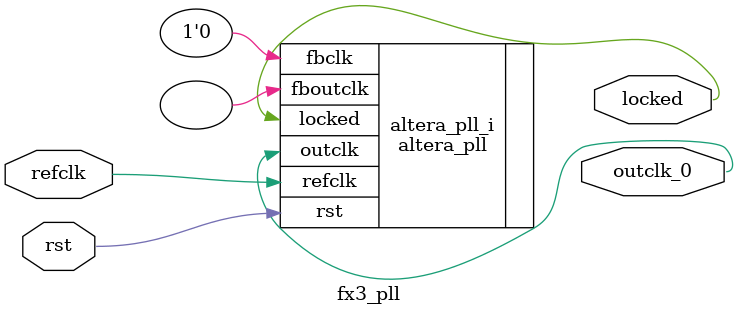
<source format=v>
`timescale 1ns/10ps
module  fx3_pll(

	// interface 'refclk'
	input wire refclk,

	// interface 'reset'
	input wire rst,

	// interface 'outclk0'
	output wire outclk_0,

	// interface 'locked'
	output wire locked
);

	altera_pll #(
		.fractional_vco_multiplier("false"),
		.reference_clock_frequency("100.0 MHz"),
		.operation_mode("source synchronous"),
		.number_of_clocks(1),
		.output_clock_frequency0("100.000000 MHz"),
		.phase_shift0("-3437 ps"),
		.duty_cycle0(50),
		.output_clock_frequency1("0 MHz"),
		.phase_shift1("0 ps"),
		.duty_cycle1(50),
		.output_clock_frequency2("0 MHz"),
		.phase_shift2("0 ps"),
		.duty_cycle2(50),
		.output_clock_frequency3("0 MHz"),
		.phase_shift3("0 ps"),
		.duty_cycle3(50),
		.output_clock_frequency4("0 MHz"),
		.phase_shift4("0 ps"),
		.duty_cycle4(50),
		.output_clock_frequency5("0 MHz"),
		.phase_shift5("0 ps"),
		.duty_cycle5(50),
		.output_clock_frequency6("0 MHz"),
		.phase_shift6("0 ps"),
		.duty_cycle6(50),
		.output_clock_frequency7("0 MHz"),
		.phase_shift7("0 ps"),
		.duty_cycle7(50),
		.output_clock_frequency8("0 MHz"),
		.phase_shift8("0 ps"),
		.duty_cycle8(50),
		.output_clock_frequency9("0 MHz"),
		.phase_shift9("0 ps"),
		.duty_cycle9(50),
		.output_clock_frequency10("0 MHz"),
		.phase_shift10("0 ps"),
		.duty_cycle10(50),
		.output_clock_frequency11("0 MHz"),
		.phase_shift11("0 ps"),
		.duty_cycle11(50),
		.output_clock_frequency12("0 MHz"),
		.phase_shift12("0 ps"),
		.duty_cycle12(50),
		.output_clock_frequency13("0 MHz"),
		.phase_shift13("0 ps"),
		.duty_cycle13(50),
		.output_clock_frequency14("0 MHz"),
		.phase_shift14("0 ps"),
		.duty_cycle14(50),
		.output_clock_frequency15("0 MHz"),
		.phase_shift15("0 ps"),
		.duty_cycle15(50),
		.output_clock_frequency16("0 MHz"),
		.phase_shift16("0 ps"),
		.duty_cycle16(50),
		.output_clock_frequency17("0 MHz"),
		.phase_shift17("0 ps"),
		.duty_cycle17(50),
		.pll_type("General"),
		.pll_subtype("General")
	) altera_pll_i (
		.rst	(rst),
		.outclk	({outclk_0}),
		.locked	(locked),
		.fboutclk	( ),
		.fbclk	(1'b0),
		.refclk	(refclk)
	);
endmodule


</source>
